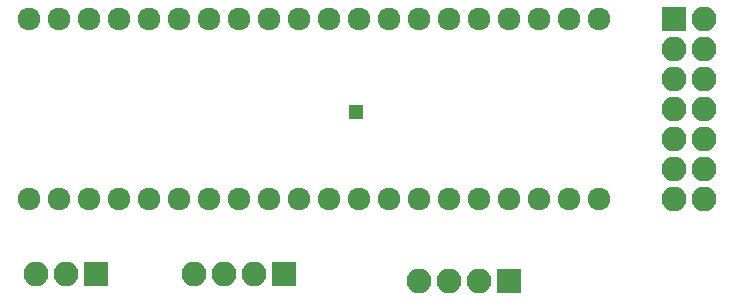
<source format=gts>
G04 #@! TF.FileFunction,Soldermask,Top*
%FSLAX46Y46*%
G04 Gerber Fmt 4.6, Leading zero omitted, Abs format (unit mm)*
G04 Created by KiCad (PCBNEW 4.0.7) date 12/24/17 13:22:17*
%MOMM*%
%LPD*%
G01*
G04 APERTURE LIST*
%ADD10C,0.100000*%
%ADD11C,1.924000*%
%ADD12R,2.100000X2.100000*%
%ADD13O,2.100000X2.100000*%
%ADD14R,1.250000X1.250000*%
G04 APERTURE END LIST*
D10*
D11*
X102870000Y-64770000D03*
X105410000Y-64770000D03*
X107950000Y-64770000D03*
X110490000Y-64770000D03*
X113030000Y-64770000D03*
X115570000Y-64770000D03*
X118110000Y-64770000D03*
X120650000Y-64770000D03*
X123190000Y-64770000D03*
X125730000Y-64770000D03*
X128270000Y-64770000D03*
X130810000Y-64770000D03*
X133350000Y-64770000D03*
X135890000Y-64770000D03*
X138430000Y-64770000D03*
X140970000Y-64770000D03*
X143510000Y-64770000D03*
X146050000Y-64770000D03*
X148590000Y-64770000D03*
X151130000Y-64770000D03*
X151130000Y-49530000D03*
X148590000Y-49530000D03*
X146050000Y-49530000D03*
X143510000Y-49530000D03*
X140970000Y-49530000D03*
X138430000Y-49530000D03*
X135890000Y-49530000D03*
X133350000Y-49530000D03*
X130810000Y-49530000D03*
X128270000Y-49530000D03*
X125730000Y-49530000D03*
X123190000Y-49530000D03*
X120650000Y-49530000D03*
X118110000Y-49530000D03*
X115570000Y-49530000D03*
X113030000Y-49530000D03*
X110490000Y-49530000D03*
X107950000Y-49530000D03*
X105410000Y-49530000D03*
X102870000Y-49530000D03*
D12*
X157480000Y-49530000D03*
D13*
X160020000Y-49530000D03*
X157480000Y-52070000D03*
X160020000Y-52070000D03*
X157480000Y-54610000D03*
X160020000Y-54610000D03*
X157480000Y-57150000D03*
X160020000Y-57150000D03*
X157480000Y-59690000D03*
X160020000Y-59690000D03*
X157480000Y-62230000D03*
X160020000Y-62230000D03*
X157480000Y-64770000D03*
X160020000Y-64770000D03*
D12*
X124460000Y-71120000D03*
D13*
X121920000Y-71120000D03*
X119380000Y-71120000D03*
X116840000Y-71120000D03*
D12*
X143510000Y-71755000D03*
D13*
X140970000Y-71755000D03*
X138430000Y-71755000D03*
X135890000Y-71755000D03*
D12*
X108585000Y-71120000D03*
D13*
X106045000Y-71120000D03*
X103505000Y-71120000D03*
D14*
X130556000Y-57404000D03*
M02*

</source>
